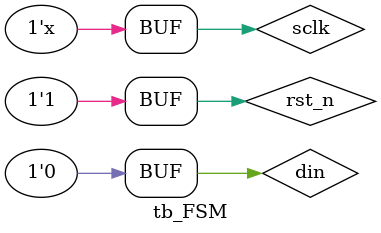
<source format=v>
`timescale	1ns/1ps
module tb_FSM();

reg 	sclk;
reg		rst_n;
reg		din;
wire 	dout;

//------------系统时钟、复位---------//
initial	begin
	sclk = 1;
	rst_n = 0;
	#50
	rst_n = 1;
end
always	#10	sclk = ~sclk;
//--------------------------------//

//-----------定义输入-------------//
initial	begin
	din = 1;
	#100
	din = 0;
	#20
	din = 0;
	#20
	din = 1;
	#20
	din = 0;
	#20
	din = 1;
	#20
	din = 0;
	#20
	din = 1;
	#20
	din = 0;
	#20
	din = 0;
	#20
	din = 0;
	#20
	din = 1;
	#20
	din = 0;
	#20
	din = 1;
	#20
	din = 1;
	#20
	din = 1;
	#20
	din = 0;
	#20
	din = 0;
end
//---------------------------------//

//-------------例化模块-------------//
FSM_book			FSM_inst0(
	.clk	(sclk),
	.rst_n	(rst_n),
	.din	(din),
	.dout	(dout)
);

endmodule
</source>
